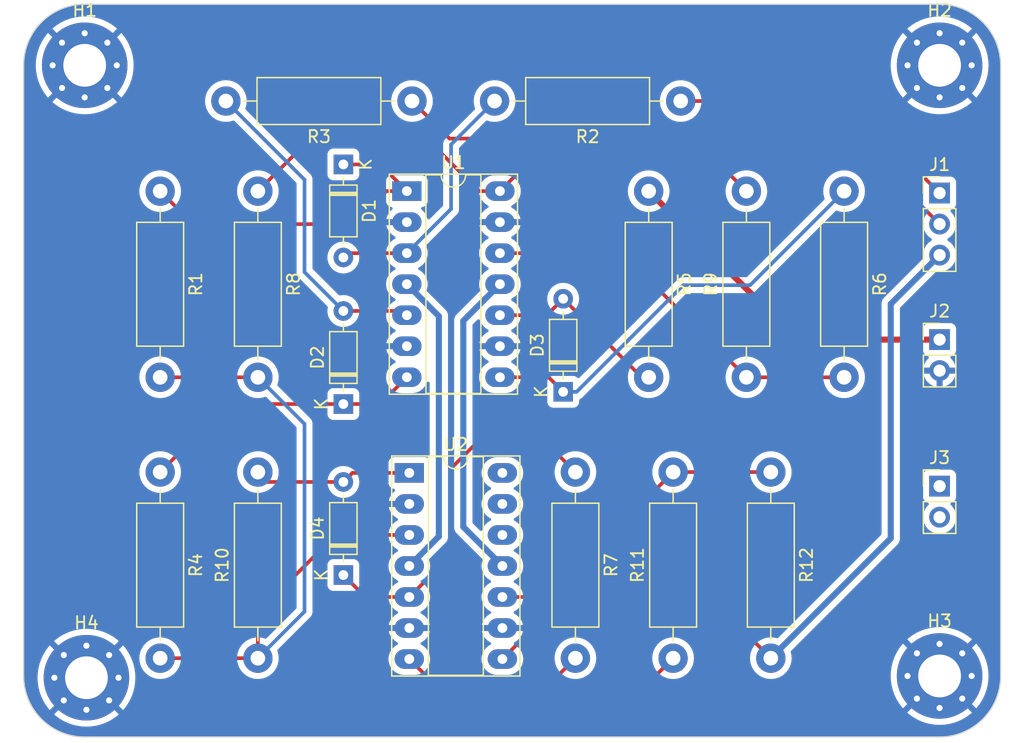
<source format=kicad_pcb>
(kicad_pcb (version 20221018) (generator pcbnew)
  (layers (0 "F.Cu" signal) (31 "B.Cu" signal) (34 "B.Paste" user) (35 "F.Paste" user) (36 "B.SilkS" user "B.Silkscreen") (37 "F.SilkS" user "F.Silkscreen") (38 "B.Mask" user) (39 "F.Mask" user) (44 "Edge.Cuts" user))
  (net 0 "")
  (net 1 "Net-(D1-K)")
  (net 2 "Net-(D1-A)")
  (net 3 "Net-(D2-K)")
  (net 4 "Net-(D2-A)")
  (net 5 "Net-(D3-K)")
  (net 6 "Net-(D3-A)")
  (net 7 "Net-(D4-K)")
  (net 8 "Net-(D4-A)")
  (net 9 "Input 1")
  (net 10 "Input 2")
  (net 11 "Output")
  (net 12 "GND")
  (net 13 "Net-(U2A-+)")
  (net 14 "+3V0")
  (net 15 "Net-(U1D-+)")
  (net 16 "Net-(R11-Pad1)")
  (net 17 "Net-(R8-Pad1)")
  (net 18 "Net-(U2C-+)")
  (net 19 "VCC")
  (net 20 "VDD")
  (footprint "Diode_THT:D_DO-35_SOD27_P7.62mm_Horizontal" (layer "F.Cu") (at 196.18 124.735 90)
    (fp_text reference "D4" (at 3.81 -2.12 90) (layer "F.SilkS"))
    (fp_text value "1N4148")
    (fp_text user "K" (at 0 -1.8 90) (layer "F.SilkS"))
    (fp_line (start 1.04 0) (end 1.69 0) (stroke (width 0.12)) (layer "F.SilkS"))
    (fp_line (start 1.69 -1.12) (end 1.69 1.12) (stroke (width 0.12)) (layer "F.SilkS"))
    (fp_line (start 1.69 1.12) (end 5.93 1.12) (stroke (width 0.12)) (layer "F.SilkS"))
    (fp_line (start 2.29 -1.12) (end 2.29 1.12) (stroke (width 0.12)) (layer "F.SilkS"))
    (fp_line (start 2.41 -1.12) (end 2.41 1.12) (stroke (width 0.12)) (layer "F.SilkS"))
    (fp_line (start 2.53 -1.12) (end 2.53 1.12) (stroke (width 0.12)) (layer "F.SilkS"))
    (fp_line (start 5.93 -1.12) (end 1.69 -1.12) (stroke (width 0.12)) (layer "F.SilkS"))
    (fp_line (start 5.93 1.12) (end 5.93 -1.12) (stroke (width 0.12)) (layer "F.SilkS"))
    (fp_line (start 6.58 0) (end 5.93 0) (stroke (width 0.12)) (layer "F.SilkS"))
    (pad "1" thru_hole rect (at 0 0 90) (size 1.6 1.6) (drill 0.8) (layers "*.Cu" "*.Mask") (net 7 "Net-(D4-K)"))
    (pad "2" thru_hole oval (at 7.62 0 90) (size 1.6 1.6) (drill 0.8) (layers "*.Cu" "*.Mask") (net 8 "Net-(D4-A)"))
  )
  (footprint "Connector_PinHeader_2.54mm:PinHeader_1x03_P2.54mm_Vertical" (layer "F.Cu") (at 245 93.46)
    (fp_text reference "J1" (at 0 -2.33) (layer "F.SilkS"))
    (fp_text value "Conn_01x03_Pin")
    (fp_line (start -1.33 -1.33) (end 0 -1.33) (stroke (width 0.12)) (layer "F.SilkS"))
    (fp_line (start -1.33 0) (end -1.33 -1.33) (stroke (width 0.12)) (layer "F.SilkS"))
    (fp_line (start -1.33 1.27) (end -1.33 6.41) (stroke (width 0.12)) (layer "F.SilkS"))
    (fp_line (start -1.33 1.27) (end 1.33 1.27) (stroke (width 0.12)) (layer "F.SilkS"))
    (fp_line (start -1.33 6.41) (end 1.33 6.41) (stroke (width 0.12)) (layer "F.SilkS"))
    (fp_line (start 1.33 1.27) (end 1.33 6.41) (stroke (width 0.12)) (layer "F.SilkS"))
    (pad "1" thru_hole rect (at 0 0) (size 1.7 1.7) (drill 1) (layers "*.Cu" "*.Mask") (net 9 "Input 1"))
    (pad "2" thru_hole oval (at 0 2.54) (size 1.7 1.7) (drill 1) (layers "*.Cu" "*.Mask") (net 10 "Input 2"))
    (pad "3" thru_hole oval (at 0 5.08) (size 1.7 1.7) (drill 1) (layers "*.Cu" "*.Mask") (net 11 "Output"))
  )
  (footprint "Resistor_THT:R_Axial_DIN0411_L9.9mm_D3.6mm_P15.24mm_Horizontal" (layer "F.Cu") (at 237.18 93.305 -90)
    (fp_text reference "R6" (at 7.62 -2.92 90) (layer "F.SilkS"))
    (fp_text value "R_Small")
    (fp_line (start 1.44 0) (end 2.55 0) (stroke (width 0.12)) (layer "F.SilkS"))
    (fp_line (start 2.55 -1.92) (end 2.55 1.92) (stroke (width 0.12)) (layer "F.SilkS"))
    (fp_line (start 2.55 1.92) (end 12.69 1.92) (stroke (width 0.12)) (layer "F.SilkS"))
    (fp_line (start 12.69 -1.92) (end 2.55 -1.92) (stroke (width 0.12)) (layer "F.SilkS"))
    (fp_line (start 12.69 1.92) (end 12.69 -1.92) (stroke (width 0.12)) (layer "F.SilkS"))
    (fp_line (start 13.8 0) (end 12.69 0) (stroke (width 0.12)) (layer "F.SilkS"))
    (pad "1" thru_hole circle (at 0 0 270) (size 2.4 2.4) (drill 1.2) (layers "*.Cu" "*.Mask") (net 5 "Net-(D3-K)"))
    (pad "2" thru_hole oval (at 15.24 0 270) (size 2.4 2.4) (drill 1.2) (layers "*.Cu" "*.Mask") (net 15 "Net-(U1D-+)"))
  )
  (footprint "Diode_THT:D_DO-35_SOD27_P7.62mm_Horizontal" (layer "F.Cu") (at 214.18 109.735 90)
    (fp_text reference "D3" (at 3.81 -2.12 90) (layer "F.SilkS"))
    (fp_text value "1N4148")
    (fp_text user "K" (at 0 -1.8 90) (layer "F.SilkS"))
    (fp_line (start 1.04 0) (end 1.69 0) (stroke (width 0.12)) (layer "F.SilkS"))
    (fp_line (start 1.69 -1.12) (end 1.69 1.12) (stroke (width 0.12)) (layer "F.SilkS"))
    (fp_line (start 1.69 1.12) (end 5.93 1.12) (stroke (width 0.12)) (layer "F.SilkS"))
    (fp_line (start 2.29 -1.12) (end 2.29 1.12) (stroke (width 0.12)) (layer "F.SilkS"))
    (fp_line (start 2.41 -1.12) (end 2.41 1.12) (stroke (width 0.12)) (layer "F.SilkS"))
    (fp_line (start 2.53 -1.12) (end 2.53 1.12) (stroke (width 0.12)) (layer "F.SilkS"))
    (fp_line (start 5.93 -1.12) (end 1.69 -1.12) (stroke (width 0.12)) (layer "F.SilkS"))
    (fp_line (start 5.93 1.12) (end 5.93 -1.12) (stroke (width 0.12)) (layer "F.SilkS"))
    (fp_line (start 6.58 0) (end 5.93 0) (stroke (width 0.12)) (layer "F.SilkS"))
    (pad "1" thru_hole rect (at 0 0 90) (size 1.6 1.6) (drill 0.8) (layers "*.Cu" "*.Mask") (net 5 "Net-(D3-K)"))
    (pad "2" thru_hole oval (at 7.62 0 90) (size 1.6 1.6) (drill 0.8) (layers "*.Cu" "*.Mask") (net 6 "Net-(D3-A)"))
  )
  (footprint "Resistor_THT:R_Axial_DIN0411_L9.9mm_D3.6mm_P15.24mm_Horizontal" (layer "F.Cu") (at 189.18 131.545 90)
    (fp_text reference "R10" (at 7.62 -2.92 90) (layer "F.SilkS"))
    (fp_text value "R_Small")
    (fp_line (start 1.44 0) (end 2.55 0) (stroke (width 0.12)) (layer "F.SilkS"))
    (fp_line (start 2.55 -1.92) (end 2.55 1.92) (stroke (width 0.12)) (layer "F.SilkS"))
    (fp_line (start 2.55 1.92) (end 12.69 1.92) (stroke (width 0.12)) (layer "F.SilkS"))
    (fp_line (start 12.69 -1.92) (end 2.55 -1.92) (stroke (width 0.12)) (layer "F.SilkS"))
    (fp_line (start 12.69 1.92) (end 12.69 -1.92) (stroke (width 0.12)) (layer "F.SilkS"))
    (fp_line (start 13.8 0) (end 12.69 0) (stroke (width 0.12)) (layer "F.SilkS"))
    (pad "1" thru_hole circle (at 0 0 90) (size 2.4 2.4) (drill 1.2) (layers "*.Cu" "*.Mask") (net 13 "Net-(U2A-+)"))
    (pad "2" thru_hole oval (at 15.24 0 90) (size 2.4 2.4) (drill 1.2) (layers "*.Cu" "*.Mask") (net 8 "Net-(D4-A)"))
  )
  (footprint "Package_DIP:DIP-14_W7.62mm_Socket_LongPads" (layer "F.Cu") (at 201.38 93.3)
    (fp_text reference "U1" (at 3.81 -2.33) (layer "F.SilkS"))
    (fp_text value "TL084")
    (fp_line (start -1.44 -1.39) (end -1.44 16.63) (stroke (width 0.12)) (layer "F.SilkS"))
    (fp_line (start -1.44 16.63) (end 9.06 16.63) (stroke (width 0.12)) (layer "F.SilkS"))
    (fp_line (start 1.56 -1.33) (end 1.56 16.57) (stroke (width 0.12)) (layer "F.SilkS"))
    (fp_line (start 1.56 16.57) (end 6.06 16.57) (stroke (width 0.12)) (layer "F.SilkS"))
    (fp_line (start 2.81 -1.33) (end 1.56 -1.33) (stroke (width 0.12)) (layer "F.SilkS"))
    (fp_line (start 6.06 -1.33) (end 4.81 -1.33) (stroke (width 0.12)) (layer "F.SilkS"))
    (fp_line (start 6.06 16.57) (end 6.06 -1.33) (stroke (width 0.12)) (layer "F.SilkS"))
    (fp_line (start 9.06 -1.39) (end -1.44 -1.39) (stroke (width 0.12)) (layer "F.SilkS"))
    (fp_line (start 9.06 16.63) (end 9.06 -1.39) (stroke (width 0.12)) (layer "F.SilkS"))
    (fp_arc (start 4.81 -1.33) (mid 3.81 -0.33) (end 2.81 -1.33) (stroke (width 0.12)) (layer "F.SilkS"))
    (pad "1" thru_hole rect (at 0 0) (size 2.4 1.6) (drill 0.8) (layers "*.Cu" "*.Mask") (net 1 "Net-(D1-K)"))
    (pad "2" thru_hole oval (at 0 2.54) (size 2.4 1.6) (drill 0.8) (layers "*.Cu" "*.Mask") (net 12 "GND"))
    (pad "3" thru_hole oval (at 0 5.08) (size 2.4 1.6) (drill 0.8) (layers "*.Cu" "*.Mask") (net 2 "Net-(D1-A)"))
    (pad "4" thru_hole oval (at 0 7.62) (size 2.4 1.6) (drill 0.8) (layers "*.Cu" "*.Mask") (net 19 "VCC"))
    (pad "5" thru_hole oval (at 0 10.16) (size 2.4 1.6) (drill 0.8) (layers "*.Cu" "*.Mask") (net 4 "Net-(D2-A)"))
    (pad "6" thru_hole oval (at 0 12.7) (size 2.4 1.6) (drill 0.8) (layers "*.Cu" "*.Mask") (net 12 "GND"))
    (pad "7" thru_hole oval (at 0 15.24) (size 2.4 1.6) (drill 0.8) (layers "*.Cu" "*.Mask") (net 3 "Net-(D2-K)"))
    (pad "8" thru_hole oval (at 7.62 15.24) (size 2.4 1.6) (drill 0.8) (layers "*.Cu" "*.Mask") (net 5 "Net-(D3-K)"))
    (pad "9" thru_hole oval (at 7.62 12.7) (size 2.4 1.6) (drill 0.8) (layers "*.Cu" "*.Mask") (net 12 "GND"))
    (pad "10" thru_hole oval (at 7.62 10.16) (size 2.4 1.6) (drill 0.8) (layers "*.Cu" "*.Mask") (net 6 "Net-(D3-A)"))
    (pad "11" thru_hole oval (at 7.62 7.62) (size 2.4 1.6) (drill 0.8) (layers "*.Cu" "*.Mask") (net 20 "VDD"))
    (pad "12" thru_hole oval (at 7.62 5.08) (size 2.4 1.6) (drill 0.8) (layers "*.Cu" "*.Mask") (net 15 "Net-(U1D-+)"))
    (pad "13" thru_hole oval (at 7.62 2.54) (size 2.4 1.6) (drill 0.8) (layers "*.Cu" "*.Mask") (net 12 "GND"))
    (pad "14" thru_hole oval (at 7.62 0) (size 2.4 1.6) (drill 0.8) (layers "*.Cu" "*.Mask") (net 17 "Net-(R8-Pad1)"))
  )
  (footprint "Resistor_THT:R_Axial_DIN0411_L9.9mm_D3.6mm_P15.24mm_Horizontal" (layer "F.Cu") (at 215.18 116.305 -90)
    (fp_text reference "R7" (at 7.62 -2.92 90) (layer "F.SilkS"))
    (fp_text value "R_Small")
    (fp_line (start 1.44 0) (end 2.55 0) (stroke (width 0.12)) (layer "F.SilkS"))
    (fp_line (start 2.55 -1.92) (end 2.55 1.92) (stroke (width 0.12)) (layer "F.SilkS"))
    (fp_line (start 2.55 1.92) (end 12.69 1.92) (stroke (width 0.12)) (layer "F.SilkS"))
    (fp_line (start 12.69 -1.92) (end 2.55 -1.92) (stroke (width 0.12)) (layer "F.SilkS"))
    (fp_line (start 12.69 1.92) (end 12.69 -1.92) (stroke (width 0.12)) (layer "F.SilkS"))
    (fp_line (start 13.8 0) (end 12.69 0) (stroke (width 0.12)) (layer "F.SilkS"))
    (pad "1" thru_hole circle (at 0 0 270) (size 2.4 2.4) (drill 1.2) (layers "*.Cu" "*.Mask") (net 7 "Net-(D4-K)"))
    (pad "2" thru_hole oval (at 15.24 0 270) (size 2.4 2.4) (drill 1.2) (layers "*.Cu" "*.Mask") (net 16 "Net-(R11-Pad1)"))
  )
  (footprint "Resistor_THT:R_Axial_DIN0411_L9.9mm_D3.6mm_P15.24mm_Horizontal" (layer "F.Cu") (at 181.18 116.305 -90)
    (fp_text reference "R4" (at 7.62 -2.92 -90) (layer "F.SilkS"))
    (fp_text value "R_Small")
    (fp_line (start 1.44 0) (end 2.55 0) (stroke (width 0.12)) (layer "F.SilkS"))
    (fp_line (start 2.55 -1.92) (end 2.55 1.92) (stroke (width 0.12)) (layer "F.SilkS"))
    (fp_line (start 2.55 1.92) (end 12.69 1.92) (stroke (width 0.12)) (layer "F.SilkS"))
    (fp_line (start 12.69 -1.92) (end 2.55 -1.92) (stroke (width 0.12)) (layer "F.SilkS"))
    (fp_line (start 12.69 1.92) (end 12.69 -1.92) (stroke (width 0.12)) (layer "F.SilkS"))
    (fp_line (start 13.8 0) (end 12.69 0) (stroke (width 0.12)) (layer "F.SilkS"))
    (pad "1" thru_hole circle (at 0 0 270) (size 2.4 2.4) (drill 1.2) (layers "*.Cu" "*.Mask") (net 3 "Net-(D2-K)"))
    (pad "2" thru_hole oval (at 15.24 0 270) (size 2.4 2.4) (drill 1.2) (layers "*.Cu" "*.Mask") (net 13 "Net-(U2A-+)"))
  )
  (footprint "MountingHole:MountingHole_3.5mm_Pad_Via" (layer "F.Cu") (at 245 133)
    (fp_text reference "H3" (at 0 -4.5) (layer "F.SilkS"))
    (fp_text value "MountingHole_Pad")
    (pad "1" thru_hole circle (at -2.625 0) (size 0.8 0.8) (drill 0.5) (layers "*.Cu" "*.Mask") (net 12 "GND"))
    (pad "1" thru_hole circle (at -1.856155 -1.856155) (size 0.8 0.8) (drill 0.5) (layers "*.Cu" "*.Mask") (net 12 "GND"))
    (pad "1" thru_hole circle (at -1.856155 1.856155) (size 0.8 0.8) (drill 0.5) (layers "*.Cu" "*.Mask") (net 12 "GND"))
    (pad "1" thru_hole circle (at 0 -2.625) (size 0.8 0.8) (drill 0.5) (layers "*.Cu" "*.Mask") (net 12 "GND"))
    (pad "1" thru_hole circle (at 0 0) (size 7 7) (drill 3.5) (layers "*.Cu" "*.Mask") (net 12 "GND"))
    (pad "1" thru_hole circle (at 0 2.625) (size 0.8 0.8) (drill 0.5) (layers "*.Cu" "*.Mask") (net 12 "GND"))
    (pad "1" thru_hole circle (at 1.856155 -1.856155) (size 0.8 0.8) (drill 0.5) (layers "*.Cu" "*.Mask") (net 12 "GND"))
    (pad "1" thru_hole circle (at 1.856155 1.856155) (size 0.8 0.8) (drill 0.5) (layers "*.Cu" "*.Mask") (net 12 "GND"))
    (pad "1" thru_hole circle (at 2.625 0) (size 0.8 0.8) (drill 0.5) (layers "*.Cu" "*.Mask") (net 12 "GND"))
  )
  (footprint "Diode_THT:D_DO-35_SOD27_P7.62mm_Horizontal" (layer "F.Cu") (at 196.18 110.735 90)
    (fp_text reference "D2" (at 3.81 -2.12 90) (layer "F.SilkS"))
    (fp_text value "1N4148")
    (fp_text user "K" (at 0 -1.8 90) (layer "F.SilkS"))
    (fp_line (start 1.04 0) (end 1.69 0) (stroke (width 0.12)) (layer "F.SilkS"))
    (fp_line (start 1.69 -1.12) (end 1.69 1.12) (stroke (width 0.12)) (layer "F.SilkS"))
    (fp_line (start 1.69 1.12) (end 5.93 1.12) (stroke (width 0.12)) (layer "F.SilkS"))
    (fp_line (start 2.29 -1.12) (end 2.29 1.12) (stroke (width 0.12)) (layer "F.SilkS"))
    (fp_line (start 2.41 -1.12) (end 2.41 1.12) (stroke (width 0.12)) (layer "F.SilkS"))
    (fp_line (start 2.53 -1.12) (end 2.53 1.12) (stroke (width 0.12)) (layer "F.SilkS"))
    (fp_line (start 5.93 -1.12) (end 1.69 -1.12) (stroke (width 0.12)) (layer "F.SilkS"))
    (fp_line (start 5.93 1.12) (end 5.93 -1.12) (stroke (width 0.12)) (layer "F.SilkS"))
    (fp_line (start 6.58 0) (end 5.93 0) (stroke (width 0.12)) (layer "F.SilkS"))
    (pad "1" thru_hole rect (at 0 0 90) (size 1.6 1.6) (drill 0.8) (layers "*.Cu" "*.Mask") (net 3 "Net-(D2-K)"))
    (pad "2" thru_hole oval (at 7.62 0 90) (size 1.6 1.6) (drill 0.8) (layers "*.Cu" "*.Mask") (net 4 "Net-(D2-A)"))
  )
  (footprint "Resistor_THT:R_Axial_DIN0411_L9.9mm_D3.6mm_P15.24mm_Horizontal" (layer "F.Cu") (at 229.18 108.545 90)
    (fp_text reference "R9" (at 7.62 -2.92 90) (layer "F.SilkS"))
    (fp_text value "R_Small")
    (fp_line (start 1.44 0) (end 2.55 0) (stroke (width 0.12)) (layer "F.SilkS"))
    (fp_line (start 2.55 -1.92) (end 2.55 1.92) (stroke (width 0.12)) (layer "F.SilkS"))
    (fp_line (start 2.55 1.92) (end 12.69 1.92) (stroke (width 0.12)) (layer "F.SilkS"))
    (fp_line (start 12.69 -1.92) (end 2.55 -1.92) (stroke (width 0.12)) (layer "F.SilkS"))
    (fp_line (start 12.69 1.92) (end 12.69 -1.92) (stroke (width 0.12)) (layer "F.SilkS"))
    (fp_line (start 13.8 0) (end 12.69 0) (stroke (width 0.12)) (layer "F.SilkS"))
    (pad "1" thru_hole circle (at 0 0 90) (size 2.4 2.4) (drill 1.2) (layers "*.Cu" "*.Mask") (net 15 "Net-(U1D-+)"))
    (pad "2" thru_hole oval (at 15.24 0 90) (size 2.4 2.4) (drill 1.2) (layers "*.Cu" "*.Mask") (net 17 "Net-(R8-Pad1)"))
  )
  (footprint "MountingHole:MountingHole_3.5mm_Pad_Via" (layer "F.Cu") (at 245 83)
    (fp_text reference "H2" (at 0 -4.5) (layer "F.SilkS"))
    (fp_text value "MountingHole_Pad")
    (pad "1" thru_hole circle (at -2.625 0) (size 0.8 0.8) (drill 0.5) (layers "*.Cu" "*.Mask") (net 12 "GND"))
    (pad "1" thru_hole circle (at -1.856155 -1.856155) (size 0.8 0.8) (drill 0.5) (layers "*.Cu" "*.Mask") (net 12 "GND"))
    (pad "1" thru_hole circle (at -1.856155 1.856155) (size 0.8 0.8) (drill 0.5) (layers "*.Cu" "*.Mask") (net 12 "GND"))
    (pad "1" thru_hole circle (at 0 -2.625) (size 0.8 0.8) (drill 0.5) (layers "*.Cu" "*.Mask") (net 12 "GND"))
    (pad "1" thru_hole circle (at 0 0) (size 7 7) (drill 3.5) (layers "*.Cu" "*.Mask") (net 12 "GND"))
    (pad "1" thru_hole circle (at 0 2.625) (size 0.8 0.8) (drill 0.5) (layers "*.Cu" "*.Mask") (net 12 "GND"))
    (pad "1" thru_hole circle (at 1.856155 -1.856155) (size 0.8 0.8) (drill 0.5) (layers "*.Cu" "*.Mask") (net 12 "GND"))
    (pad "1" thru_hole circle (at 1.856155 1.856155) (size 0.8 0.8) (drill 0.5) (layers "*.Cu" "*.Mask") (net 12 "GND"))
    (pad "1" thru_hole circle (at 2.625 0) (size 0.8 0.8) (drill 0.5) (layers "*.Cu" "*.Mask") (net 12 "GND"))
  )
  (footprint "Resistor_THT:R_Axial_DIN0411_L9.9mm_D3.6mm_P15.24mm_Horizontal" (layer "F.Cu") (at 223.8 85.925 180)
    (fp_text reference "R2" (at 7.62 -2.92 180) (layer "F.SilkS"))
    (fp_text value "R_Small")
    (fp_line (start 1.44 0) (end 2.55 0) (stroke (width 0.12)) (layer "F.SilkS"))
    (fp_line (start 2.55 -1.92) (end 2.55 1.92) (stroke (width 0.12)) (layer "F.SilkS"))
    (fp_line (start 2.55 1.92) (end 12.69 1.92) (stroke (width 0.12)) (layer "F.SilkS"))
    (fp_line (start 12.69 -1.92) (end 2.55 -1.92) (stroke (width 0.12)) (layer "F.SilkS"))
    (fp_line (start 12.69 1.92) (end 12.69 -1.92) (stroke (width 0.12)) (layer "F.SilkS"))
    (fp_line (start 13.8 0) (end 12.69 0) (stroke (width 0.12)) (layer "F.SilkS"))
    (pad "1" thru_hole circle (at 0 0 180) (size 2.4 2.4) (drill 1.2) (layers "*.Cu" "*.Mask") (net 9 "Input 1"))
    (pad "2" thru_hole oval (at 15.24 0 180) (size 2.4 2.4) (drill 1.2) (layers "*.Cu" "*.Mask") (net 2 "Net-(D1-A)"))
  )
  (footprint "Package_DIP:DIP-14_W7.62mm_Socket_LongPads" (layer "F.Cu") (at 201.58 116.375)
    (fp_text reference "U2" (at 3.81 -2.33) (layer "F.SilkS"))
    (fp_text value "TL084")
    (fp_line (start -1.44 -1.39) (end -1.44 16.63) (stroke (width 0.12)) (layer "F.SilkS"))
    (fp_line (start -1.44 16.63) (end 9.06 16.63) (stroke (width 0.12)) (layer "F.SilkS"))
    (fp_line (start 1.56 -1.33) (end 1.56 16.57) (stroke (width 0.12)) (layer "F.SilkS"))
    (fp_line (start 1.56 16.57) (end 6.06 16.57) (stroke (width 0.12)) (layer "F.SilkS"))
    (fp_line (start 2.81 -1.33) (end 1.56 -1.33) (stroke (width 0.12)) (layer "F.SilkS"))
    (fp_line (start 6.06 -1.33) (end 4.81 -1.33) (stroke (width 0.12)) (layer "F.SilkS"))
    (fp_line (start 6.06 16.57) (end 6.06 -1.33) (stroke (width 0.12)) (layer "F.SilkS"))
    (fp_line (start 9.06 -1.39) (end -1.44 -1.39) (stroke (width 0.12)) (layer "F.SilkS"))
    (fp_line (start 9.06 16.63) (end 9.06 -1.39) (stroke (width 0.12)) (layer "F.SilkS"))
    (fp_arc (start 4.81 -1.33) (mid 3.81 -0.33) (end 2.81 -1.33) (stroke (width 0.12)) (layer "F.SilkS"))
    (pad "1" thru_hole rect (at 0 0) (size 2.4 1.6) (drill 0.8) (layers "*.Cu" "*.Mask") (net 8 "Net-(D4-A)"))
    (pad "2" thru_hole oval (at 0 2.54) (size 2.4 1.6) (drill 0.8) (layers "*.Cu" "*.Mask") (net 12 "GND"))
    (pad "3" thru_hole oval (at 0 5.08) (size 2.4 1.6) (drill 0.8) (layers "*.Cu" "*.Mask") (net 13 "Net-(U2A-+)"))
    (pad "4" thru_hole oval (at 0 7.62) (size 2.4 1.6) (drill 0.8) (layers "*.Cu" "*.Mask") (net 19 "VCC"))
    (pad "5" thru_hole oval (at 0 10.16) (size 2.4 1.6) (drill 0.8) (layers "*.Cu" "*.Mask") (net 7 "Net-(D4-K)"))
    (pad "6" thru_hole oval (at 0 12.7) (size 2.4 1.6) (drill 0.8) (layers "*.Cu" "*.Mask") (net 12 "GND"))
    (pad "7" thru_hole oval (at 0 15.24) (size 2.4 1.6) (drill 0.8) (layers "*.Cu" "*.Mask") (net 16 "Net-(R11-Pad1)"))
    (pad "8" thru_hole oval (at 7.62 15.24) (size 2.4 1.6) (drill 0.8) (layers "*.Cu" "*.Mask") (net 11 "Output"))
    (pad "9" thru_hole oval (at 7.62 12.7) (size 2.4 1.6) (drill 0.8) (layers "*.Cu" "*.Mask") (net 12 "GND"))
    (pad "10" thru_hole oval (at 7.62 10.16) (size 2.4 1.6) (drill 0.8) (layers "*.Cu" "*.Mask") (net 18 "Net-(U2C-+)"))
    (pad "11" thru_hole oval (at 7.62 7.62) (size 2.4 1.6) (drill 0.8) (layers "*.Cu" "*.Mask") (net 20 "VDD"))
    (pad "12" thru_hole oval (at 7.62 5.08) (size 2.4 1.6) (drill 0.8) (layers "*.Cu" "*.Mask"))
    (pad "13" thru_hole oval (at 7.62 2.54) (size 2.4 1.6) (drill 0.8) (layers "*.Cu" "*.Mask"))
    (pad "14" thru_hole oval (at 7.62 0) (size 2.4 1.6) (drill 0.8) (layers "*.Cu" "*.Mask"))
  )
  (footprint "Resistor_THT:R_Axial_DIN0411_L9.9mm_D3.6mm_P15.24mm_Horizontal" (layer "F.Cu") (at 201.8 85.925 180)
    (fp_text reference "R3" (at 7.62 -2.92 180) (layer "F.SilkS"))
    (fp_text value "R_Small")
    (fp_line (start 1.44 0) (end 2.55 0) (stroke (width 0.12)) (layer "F.SilkS"))
    (fp_line (start 2.55 -1.92) (end 2.55 1.92) (stroke (width 0.12)) (layer "F.SilkS"))
    (fp_line (start 2.55 1.92) (end 12.69 1.92) (stroke (width 0.12)) (layer "F.SilkS"))
    (fp_line (start 12.69 -1.92) (end 2.55 -1.92) (stroke (width 0.12)) (layer "F.SilkS"))
    (fp_line (start 12.69 1.92) (end 12.69 -1.92) (stroke (width 0.12)) (layer "F.SilkS"))
    (fp_line (start 13.8 0) (end 12.69 0) (stroke (width 0.12)) (layer "F.SilkS"))
    (pad "1" thru_hole circle (at 0 0 180) (size 2.4 2.4) (drill 1.2) (layers "*.Cu" "*.Mask") (net 10 "Input 2"))
    (pad "2" thru_hole oval (at 15.24 0 180) (size 2.4 2.4) (drill 1.2) (layers "*.Cu" "*.Mask") (net 4 "Net-(D2-A)"))
  )
  (footprint "Resistor_THT:R_Axial_DIN0411_L9.9mm_D3.6mm_P15.24mm_Horizontal" (layer "F.Cu") (at 189.18 93.305 -90)
    (fp_text reference "R8" (at 7.62 -2.92 90) (layer "F.SilkS"))
    (fp_text value "R_Small")
    (fp_line (start 1.44 0) (end 2.55 0) (stroke (width 0.12)) (layer "F.SilkS"))
    (fp_line (start 2.55 -1.92) (end 2.55 1.92) (stroke (width 0.12)) (layer "F.SilkS"))
    (fp_line (start 2.55 1.92) (end 12.69 1.92) (stroke (width 0.12)) (layer "F.SilkS"))
    (fp_line (start 12.69 -1.92) (end 2.55 -1.92) (stroke (width 0.12)) (layer "F.SilkS"))
    (fp_line (start 12.69 1.92) (end 12.69 -1.92) (stroke (width 0.12)) (layer "F.SilkS"))
    (fp_line (start 13.8 0) (end 12.69 0) (stroke (width 0.12)) (layer "F.SilkS"))
    (pad "1" thru_hole circle (at 0 0 270) (size 2.4 2.4) (drill 1.2) (layers "*.Cu" "*.Mask") (net 17 "Net-(R8-Pad1)"))
    (pad "2" thru_hole oval (at 15.24 0 270) (size 2.4 2.4) (drill 1.2) (layers "*.Cu" "*.Mask") (net 13 "Net-(U2A-+)"))
  )
  (footprint "Resistor_THT:R_Axial_DIN0411_L9.9mm_D3.6mm_P15.24mm_Horizontal" (layer "F.Cu") (at 221.18 93.305 -90)
    (fp_text reference "R5" (at 7.62 -2.92 -90) (layer "F.SilkS"))
    (fp_text value "R_Small")
    (fp_line (start 1.44 0) (end 2.55 0) (stroke (width 0.12)) (layer "F.SilkS"))
    (fp_line (start 2.55 -1.92) (end 2.55 1.92) (stroke (width 0.12)) (layer "F.SilkS"))
    (fp_line (start 2.55 1.92) (end 12.69 1.92) (stroke (width 0.12)) (layer "F.SilkS"))
    (fp_line (start 12.69 -1.92) (end 2.55 -1.92) (stroke (width 0.12)) (layer "F.SilkS"))
    (fp_line (start 12.69 1.92) (end 12.69 -1.92) (stroke (width 0.12)) (layer "F.SilkS"))
    (fp_line (start 13.8 0) (end 12.69 0) (stroke (width 0.12)) (layer "F.SilkS"))
    (pad "1" thru_hole circle (at 0 0 270) (size 2.4 2.4) (drill 1.2) (layers "*.Cu" "*.Mask") (net 14 "+3V0"))
    (pad "2" thru_hole oval (at 15.24 0 270) (size 2.4 2.4) (drill 1.2) (layers "*.Cu" "*.Mask") (net 6 "Net-(D3-A)"))
  )
  (footprint "Connector_PinHeader_2.54mm:PinHeader_1x02_P2.54mm_Vertical" (layer "F.Cu") (at 245 105.46)
    (fp_text reference "J2" (at 0 -2.33) (layer "F.SilkS"))
    (fp_text value "Conn_01x02_Pin")
    (fp_line (start -1.33 -1.33) (end 0 -1.33) (stroke (width 0.12)) (layer "F.SilkS"))
    (fp_line (start -1.33 0) (end -1.33 -1.33) (stroke (width 0.12)) (layer "F.SilkS"))
    (fp_line (start -1.33 1.27) (end -1.33 3.87) (stroke (width 0.12)) (layer "F.SilkS"))
    (fp_line (start -1.33 1.27) (end 1.33 1.27) (stroke (width 0.12)) (layer "F.SilkS"))
    (fp_line (start -1.33 3.87) (end 1.33 3.87) (stroke (width 0.12)) (layer "F.SilkS"))
    (fp_line (start 1.33 1.27) (end 1.33 3.87) (stroke (width 0.12)) (layer "F.SilkS"))
    (pad "1" thru_hole rect (at 0 0) (size 1.7 1.7) (drill 1) (layers "*.Cu" "*.Mask") (net 14 "+3V0"))
    (pad "2" thru_hole oval (at 0 2.54) (size 1.7 1.7) (drill 1) (layers "*.Cu" "*.Mask") (net 12 "GND"))
  )
  (footprint "MountingHole:MountingHole_3.5mm_Pad_Via" (layer "F.Cu") (at 175.143845 133.143845)
    (fp_text reference "H4" (at 0 -4.5) (layer "F.SilkS"))
    (fp_text value "MountingHole_Pad")
    (pad "1" thru_hole circle (at -2.625 0) (size 0.8 0.8) (drill 0.5) (layers "*.Cu" "*.Mask") (net 12 "GND"))
    (pad "1" thru_hole circle (at -1.856155 -1.856155) (size 0.8 0.8) (drill 0.5) (layers "*.Cu" "*.Mask") (net 12 "GND"))
    (pad "1" thru_hole circle (at -1.856155 1.856155) (size 0.8 0.8) (drill 0.5) (layers "*.Cu" "*.Mask") (net 12 "GND"))
    (pad "1" thru_hole circle (at 0 -2.625) (size 0.8 0.8) (drill 0.5) (layers "*.Cu" "*.Mask") (net 12 "GND"))
    (pad "1" thru_hole circle (at 0 0) (size 7 7) (drill 3.5) (layers "*.Cu" "*.Mask") (net 12 "GND"))
    (pad "1" thru_hole circle (at 0 2.625) (size 0.8 0.8) (drill 0.5) (layers "*.Cu" "*.Mask") (net 12 "GND"))
    (pad "1" thru_hole circle (at 1.856155 -1.856155) (size 0.8 0.8) (drill 0.5) (layers "*.Cu" "*.Mask") (net 12 "GND"))
    (pad "1" thru_hole circle (at 1.856155 1.856155) (size 0.8 0.8) (drill 0.5) (layers "*.Cu" "*.Mask") (net 12 "GND"))
    (pad "1" thru_hole circle (at 2.625 0) (size 0.8 0.8) (drill 0.5) (layers "*.Cu" "*.Mask") (net 12 "GND"))
  )
  (footprint "Resistor_THT:R_Axial_DIN0411_L9.9mm_D3.6mm_P15.24mm_Horizontal" (layer "F.Cu") (at 223.18 131.545 90)
    (fp_text reference "R11" (at 7.62 -2.92 90) (layer "F.SilkS"))
    (fp_text value "R_Small")
    (fp_line (start 1.44 0) (end 2.55 0) (stroke (width 0.12)) (layer "F.SilkS"))
    (fp_line (start 2.55 -1.92) (end 2.55 1.92) (stroke (width 0.12)) (layer "F.SilkS"))
    (fp_line (start 2.55 1.92) (end 12.69 1.92) (stroke (width 0.12)) (layer "F.SilkS"))
    (fp_line (start 12.69 -1.92) (end 2.55 -1.92) (stroke (width 0.12)) (layer "F.SilkS"))
    (fp_line (start 12.69 1.92) (end 12.69 -1.92) (stroke (width 0.12)) (layer "F.SilkS"))
    (fp_line (start 13.8 0) (end 12.69 0) (stroke (width 0.12)) (layer "F.SilkS"))
    (pad "1" thru_hole circle (at 0 0 90) (size 2.4 2.4) (drill 1.2) (layers "*.Cu" "*.Mask") (net 16 "Net-(R11-Pad1)"))
    (pad "2" thru_hole oval (at 15.24 0 90) (size 2.4 2.4) (drill 1.2) (layers "*.Cu" "*.Mask") (net 18 "Net-(U2C-+)"))
  )
  (footprint "Diode_THT:D_DO-35_SOD27_P7.62mm_Horizontal" (layer "F.Cu") (at 196.18 91.115 -90)
    (fp_text reference "D1" (at 3.81 -2.12 90) (layer "F.SilkS"))
    (fp_text value "1N4148")
    (fp_text user "K" (at 0 -1.8 90) (layer "F.SilkS"))
    (fp_line (start 1.04 0) (end 1.69 0) (stroke (width 0.12)) (layer "F.SilkS"))
    (fp_line (start 1.69 -1.12) (end 1.69 1.12) (stroke (width 0.12)) (layer "F.SilkS"))
    (fp_line (start 1.69 1.12) (end 5.93 1.12) (stroke (width 0.12)) (layer "F.SilkS"))
    (fp_line (start 2.29 -1.12) (end 2.29 1.12) (stroke (width 0.12)) (layer "F.SilkS"))
    (fp_line (start 2.41 -1.12) (end 2.41 1.12) (stroke (width 0.12)) (layer "F.SilkS"))
    (fp_line (start 2.53 -1.12) (end 2.53 1.12) (stroke (width 0.12)) (layer "F.SilkS"))
    (fp_line (start 5.93 -1.12) (end 1.69 -1.12) (stroke (width 0.12)) (layer "F.SilkS"))
    (fp_line (start 5.93 1.12) (end 5.93 -1.12) (stroke (width 0.12)) (layer "F.SilkS"))
    (fp_line (start 6.58 0) (end 5.93 0) (stroke (width 0.12)) (layer "F.SilkS"))
    (pad "1" thru_hole rect (at 0 0 270) (size 1.6 1.6) (drill 0.8) (layers "*.Cu" "*.Mask") (net 1 "Net-(D1-K)"))
    (pad "2" thru_hole oval (at 7.62 0 270) (size 1.6 1.6) (drill 0.8) (layers "*.Cu" "*.Mask") (net 2 "Net-(D1-A)"))
  )
  (footprint "Resistor_THT:R_Axial_DIN0411_L9.9mm_D3.6mm_P15.24mm_Horizontal" (layer "F.Cu") (at 181.18 93.305 -90)
    (fp_text reference "R1" (at 7.62 -2.92 -90) (layer "F.SilkS"))
    (fp_text value "R_Small")
    (fp_line (start 1.44 0) (end 2.55 0) (stroke (width 0.12)) (layer "F.SilkS"))
    (fp_line (start 2.55 -1.92) (end 2.55 1.92) (stroke (width 0.12)) (layer "F.SilkS"))
    (fp_line (start 2.55 1.92) (end 12.69 1.92) (stroke (width 0.12)) (layer "F.SilkS"))
    (fp_line (start 12.69 -1.92) (end 2.55 -1.92) (stroke (width 0.12)) (layer "F.SilkS"))
    (fp_line (start 12.69 1.92) (end 12.69 -1.92) (stroke (width 0.12)) (layer "F.SilkS"))
    (fp_line (start 13.8 0) (end 12.69 0) (stroke (width 0.12)) (layer "F.SilkS"))
    (pad "1" thru_hole circle (at 0 0 270) (size 2.4 2.4) (drill 1.2) (layers "*.Cu" "*.Mask") (net 1 "Net-(D1-K)"))
    (pad "2" thru_hole oval (at 15.24 0 270) (size 2.4 2.4) (drill 1.2) (layers "*.Cu" "*.Mask") (net 13 "Net-(U2A-+)"))
  )
  (footprint "Resistor_THT:R_Axial_DIN0411_L9.9mm_D3.6mm_P15.24mm_Horizontal" (layer "F.Cu") (at 231.18 116.305 -90)
    (fp_text reference "R12" (at 7.62 -2.92 90) (layer "F.SilkS"))
    (fp_text value "R_Small")
    (fp_line (start 1.44 0) (end 2.55 0) (stroke (width 0.12)) (layer "F.SilkS"))
    (fp_line (start 2.55 -1.92) (end 2.55 1.92) (stroke (width 0.12)) (layer "F.SilkS"))
    (fp_line (start 2.55 1.92) (end 12.69 1.92) (stroke (width 0.12)) (layer "F.SilkS"))
    (fp_line (start 12.69 -1.92) (end 2.55 -1.92) (stroke (width 0.12)) (layer "F.SilkS"))
    (fp_line (start 12.69 1.92) (end 12.69 -1.92) (stroke (width 0.12)) (layer "F.SilkS"))
    (fp_line (start 13.8 0) (end 12.69 0) (stroke (width 0.12)) (layer "F.SilkS"))
    (pad "1" thru_hole circle (at 0 0 270) (size 2.4 2.4) (drill 1.2) (layers "*.Cu" "*.Mask") (net 18 "Net-(U2C-+)"))
    (pad "2" thru_hole oval (at 15.24 0 270) (size 2.4 2.4) (drill 1.2) (layers "*.Cu" "*.Mask") (net 11 "Output"))
  )
  (footprint "Connector_PinHeader_2.54mm:PinHeader_1x02_P2.54mm_Vertical" (layer "F.Cu") (at 245 117.46)
    (fp_text reference "J3" (at 0 -2.33) (layer "F.SilkS"))
    (fp_text value "Conn_01x02_Pin")
    (fp_line (start -1.33 -1.33) (end 0 -1.33) (stroke (width 0.12)) (layer "F.SilkS"))
    (fp_line (start -1.33 0) (end -1.33 -1.33) (stroke (width 0.12)) (layer "F.SilkS"))
    (fp_line (start -1.33 1.27) (end -1.33 3.87) (stroke (width 0.12)) (layer "F.SilkS"))
    (fp_line (start -1.33 1.27) (end 1.33 1.27) (stroke (width 0.12)) (layer "F.SilkS"))
    (fp_line (start -1.33 3.87) (end 1.33 3.87) (stroke (width 0.12)) (layer "F.SilkS"))
    (fp_line (start 1.33 1.27) (end 1.33 3.87) (stroke (width 0.12)) (layer "F.SilkS"))
    (pad "1" thru_hole rect (at 0 0) (size 1.7 1.7) (drill 1) (layers "*.Cu" "*.Mask") (net 19 "VCC"))
    (pad "2" thru_hole oval (at 0 2.54) (size 1.7 1.7) (drill 1) (layers "*.Cu" "*.Mask") (net 20 "VDD"))
  )
  (footprint "MountingHole:MountingHole_3.5mm_Pad_Via" (layer "F.Cu") (at 175 83)
    (fp_text reference "H1" (at 0 -4.5) (layer "F.SilkS"))
    (fp_text value "MountingHole_Pad")
    (pad "1" thru_hole circle (at -2.625 0) (size 0.8 0.8) (drill 0.5) (layers "*.Cu" "*.Mask") (net 12 "GND"))
    (pad "1" thru_hole circle (at -1.856155 -1.856155) (size 0.8 0.8) (drill 0.5) (layers "*.Cu" "*.Mask") (net 12 "GND"))
    (pad "1" thru_hole circle (at -1.856155 1.856155) (size 0.8 0.8) (drill 0.5) (layers "*.Cu" "*.Mask") (net 12 "GND"))
    (pad "1" thru_hole circle (at 0 -2.625) (size 0.8 0.8) (drill 0.5) (layers "*.Cu" "*.Mask") (net 12 "GND"))
    (pad "1" thru_hole circle (at 0 0) (size 7 7) (drill 3.5) (layers "*.Cu" "*.Mask") (net 12 "GND"))
    (pad "1" thru_hole circle (at 0 2.625) (size 0.8 0.8) (drill 0.5) (layers "*.Cu" "*.Mask") (net 12 "GND"))
    (pad "1" thru_hole circle (at 1.856155 -1.856155) (size 0.8 0.8) (drill 0.5) (layers "*.Cu" "*.Mask") (net 12 "GND"))
    (pad "1" thru_hole circle (at 1.856155 1.856155) (size 0.8 0.8) (drill 0.5) (layers "*.Cu" "*.Mask") (net 12 "GND"))
    (pad "1" thru_hole circle (at 2.625 0) (size 0.8 0.8) (drill 0.5) (layers "*.Cu" "*.Mask") (net 12 "GND"))
  )
  (gr_line (start 175 78) (end 245 78) (stroke (width 0.1)) (layer "Edge.Cuts"))
  (gr_arc (start 245 78) (mid 248.535534 79.464466) (end 250 83) (stroke (width 0.1)) (layer "Edge.Cuts"))
  (gr_arc (start 250 133) (mid 248.535534 136.535534) (end 245 138) (stroke (width 0.1)) (layer "Edge.Cuts"))
  (gr_arc (start 175 138) (mid 171.464466 136.535534) (end 170 133) (stroke (width 0.1)) (layer "Edge.Cuts"))
  (gr_line (start 170 133) (end 170 83) (stroke (width 0.1)) (layer "Edge.Cuts"))
  (gr_line (start 250 83) (end 250 133) (stroke (width 0.1)) (layer "Edge.Cuts"))
  (gr_line (start 245 138) (end 175 138) (stroke (width 0.1)) (layer "Edge.Cuts"))
  (gr_arc (start 170 83) (mid 171.464466 79.464466) (end 175 78) (stroke (width 0.1)) (layer "Edge.Cuts"))
  (segment (start 181.18 93.305) (end 183.875 96) (width 0.3) (layer "F.Cu") (net 1))
  (segment (start 196.18 91.115) (end 199.195 91.115) (width 0.3) (layer "F.Cu") (net 1))
  (segment (start 199.7 93.3) (end 201.38 93.3) (width 0.3) (layer "F.Cu") (net 1))
  (segment (start 183.875 96) (end 197 96) (width 0.3) (layer "F.Cu") (net 1))
  (segment (start 199.195 91.115) (end 201.38 93.3) (width 0.3) (layer "F.Cu") (net 1))
  (segment (start 197 96) (end 199.7 93.3) (width 0.3) (layer "F.Cu") (net 1))
  (segment (start 201.38 98.38) (end 196.535 98.38) (width 0.3) (layer "F.Cu") (net 2))
  (segment (start 196.535 98.38) (end 196.18 98.735) (width 0.3) (layer "F.Cu") (net 2))
  (segment (start 205 89.485) (end 208.56 85.925) (width 0.3) (layer "B.Cu") (net 2))
  (segment (start 205 94.76) (end 205 89.485) (width 0.3) (layer "B.Cu") (net 2))
  (segment (start 201.38 98.38) (end 205 94.76) (width 0.3) (layer "B.Cu") (net 2))
  (segment (start 199.185 110.735) (end 201.38 108.54) (width 0.3) (layer "F.Cu") (net 3))
  (segment (start 186.75 110.735) (end 181.18 116.305) (width 0.3) (layer "F.Cu") (net 3))
  (segment (start 196.18 110.735) (end 186.75 110.735) (width 0.3) (layer "F.Cu") (net 3))
  (segment (start 196.18 110.735) (end 199.185 110.735) (width 0.3) (layer "F.Cu") (net 3))
  (segment (start 196.18 103.115) (end 201.035 103.115) (width 0.3) (layer "F.Cu") (net 4))
  (segment (start 201.035 103.115) (end 201.38 103.46) (width 0.3) (layer "F.Cu") (net 4))
  (segment (start 186.56 85.925) (end 193 92.365) (width 0.3) (layer "B.Cu") (net 4))
  (segment (start 193 92.365) (end 193 99.935) (width 0.3) (layer "B.Cu") (net 4))
  (segment (start 193 99.935) (end 196.18 103.115) (width 0.3) (layer "B.Cu") (net 4))
  (segment (start 209 108.54) (end 212.985 108.54) (width 0.3) (layer "F.Cu") (net 5))
  (segment (start 212.985 108.54) (end 214.18 109.735) (width 0.3) (layer "F.Cu") (net 5))
  (segment (start 224.015 101) (end 229.485 101) (width 0.3) (layer "B.Cu") (net 5))
  (segment (start 215.28 109.735) (end 224.015 101) (width 0.3) (layer "B.Cu") (net 5))
  (segment (start 214.18 109.735) (end 215.28 109.735) (width 0.3) (layer "B.Cu") (net 5))
  (segment (start 229.485 101) (end 237.18 93.305) (width 0.3) (layer "B.Cu") (net 5))
  (segment (start 209 103.46) (end 212.835 103.46) (width 0.3) (layer "F.Cu") (net 6))
  (segment (start 212.835 103.46) (end 214.18 102.115) (width 0.3) (layer "F.Cu") (net 6))
  (segment (start 214.18 102.115) (end 220.61 108.545) (width 0.3) (layer "F.Cu") (net 6))
  (segment (start 220.61 108.545) (end 221.18 108.545) (width 0.3) (layer "F.Cu") (net 6))
  (segment (start 211.875 113) (end 208 113) (width 0.3) (layer "F.Cu") (net 7))
  (segment (start 208 113) (end 205 116) (width 0.3) (layer "F.Cu") (net 7))
  (segment (start 205 116) (end 205 123.115) (width 0.3) (layer "F.Cu") (net 7))
  (segment (start 197.98 126.535) (end 196.18 124.735) (width 0.3) (layer "F.Cu") (net 7))
  (segment (start 215.18 116.305) (end 211.875 113) (width 0.3) (layer "F.Cu") (net 7))
  (segment (start 201.58 126.535) (end 197.98 126.535) (width 0.3) (layer "F.Cu") (net 7))
  (segment (start 205 123.115) (end 201.58 126.535) (width 0.3) (layer "F.Cu") (net 7))
  (segment (start 196.18 117.115) (end 189.99 117.115) (width 0.3) (layer "F.Cu") (net 8))
  (segment (start 201.58 116.375) (end 196.92 116.375) (width 0.3) (layer "F.Cu") (net 8))
  (segment (start 189.99 117.115) (end 189.18 116.305) (width 0.3) (layer "F.Cu") (net 8))
  (segment (start 196.92 116.375) (end 196.18 117.115) (width 0.3) (layer "F.Cu") (net 8))
  (segment (start 223.8 85.925) (end 237.465 85.925) (width 0.3) (layer "F.Cu") (net 9))
  (segment (start 237.465 85.925) (end 245 93.46) (width 0.3) (layer "F.Cu") (net 9))
  (segment (start 201.8 85.925) (end 204.875 89) (width 0.3) (layer "F.Cu") (net 10))
  (segment (start 238 89) (end 245 96) (width 0.3) (layer "F.Cu") (net 10))
  (segment (start 204.875 89) (end 238 89) (width 0.3) (layer "F.Cu") (net 10))
  (segment (start 228.635 129) (end 211.815 129) (width 0.3) (layer "F.Cu") (net 11))
  (segment (start 211.815 129) (end 209.2 131.615) (width 0.3) (layer "F.Cu") (net 11))
  (segment (start 231.18 131.545) (end 228.635 129) (width 0.3) (layer "F.Cu") (net 11))
  (segment (start 241 102.54) (end 241 121.725) (width 0.5) (layer "B.Cu") (net 11))
  (segment (start 241 121.725) (end 231.18 131.545) (width 0.5) (layer "B.Cu") (net 11))
  (segment (start 245 98.54) (end 241 102.54) (width 0.5) (layer "B.Cu") (net 11))
  (segment (start 181.18 108.545) (end 189.18 108.545) (width 0.3) (layer "F.Cu") (net 13))
  (segment (start 189.18 127.82) (end 195.545 121.455) (width 0.3) (layer "F.Cu") (net 13))
  (segment (start 195.545 121.455) (end 201.58 121.455) (width 0.3) (layer "F.Cu") (net 13))
  (segment (start 189.18 131.545) (end 189.18 127.82) (width 0.3) (layer "F.Cu") (net 13))
  (segment (start 181.18 131.545) (end 189.18 131.545) (width 0.3) (layer "F.Cu") (net 13))
  (segment (start 189.18 108.545) (end 193 112.365) (width 0.3) (layer "B.Cu") (net 13))
  (segment (start 193 127.725) (end 189.18 131.545) (width 0.3) (layer "B.Cu") (net 13))
  (segment (start 193 112.365) (end 193 127.725) (width 0.3) (layer "B.Cu") (net 13))
  (segment (start 233.335 105.46) (end 245 105.46) (width 0.5) (layer "F.Cu") (net 14))
  (segment (start 221.18 93.305) (end 233.335 105.46) (width 0.5) (layer "F.Cu") (net 14))
  (segment (start 209 98.38) (end 219.015 98.38) (width 0.3) (layer "F.Cu") (net 15))
  (segment (start 229.18 108.545) (end 237.18 108.545) (width 0.3) (layer "F.Cu") (net 15))
  (segment (start 219.015 98.38) (end 229.18 108.545) (width 0.3) (layer "F.Cu") (net 15))
  (segment (start 210 135) (end 219.725 135) (width 0.3) (layer "F.Cu") (net 16))
  (segment (start 215.18 131.545) (end 211.725 135) (width 0.3) (layer "F.Cu") (net 16))
  (segment (start 204.965 135) (end 210 135) (width 0.3) (layer "F.Cu") (net 16))
  (segment (start 219.725 135) (end 223.18 131.545) (width 0.3) (layer "F.Cu") (net 16))
  (segment (start 211.725 135) (end 210 135) (width 0.3) (layer "F.Cu") (net 16))
  (segment (start 201.58 131.615) (end 204.965 135) (width 0.3) (layer "F.Cu") (net 16))
  (segment (start 226.875 91) (end 211.3 91) (width 0.3) (layer "F.Cu") (net 17))
  (segment (start 203 89) (end 207.3 93.3) (width 0.3) (layer "F.Cu") (net 17))
  (segment (start 207.3 93.3) (end 209 93.3) (width 0.3) (layer "F.Cu") (net 17))
  (segment (start 229.18 93.305) (end 226.875 91) (width 0.3) (layer "F.Cu") (net 17))
  (segment (start 193.485 89) (end 203 89) (width 0.3) (layer "F.Cu") (net 17))
  (segment (start 211.3 91) (end 209 93.3) (width 0.3) (layer "F.Cu") (net 17))
  (segment (start 189.18 93.305) (end 193.485 89) (width 0.3) (layer "F.Cu") (net 17))
  (segment (start 212.95 126.535) (end 223.18 116.305) (width 0.3) (layer "F.Cu") (net 18))
  (segment (start 209.2 126.535) (end 212.95 126.535) (width 0.3) (layer "F.Cu") (net 18))
  (segment (start 223.18 116.305) (end 231.18 116.305) (width 0.3) (layer "F.Cu") (net 18))
  (segment (start 204 121.575) (end 204 103.54) (width 0.5) (layer "B.Cu") (net 19))
  (segment (start 201.58 123.995) (end 204 121.575) (width 0.5) (layer "B.Cu") (net 19))
  (segment (start 204 103.54) (end 201.38 100.92) (width 0.5) (layer "B.Cu") (net 19))
  (segment (start 206 103.92) (end 209 100.92) (width 0.5) (layer "B.Cu") (net 20))
  (segment (start 209.2 123.995) (end 206 120.795) (width 0.5) (layer "B.Cu") (net 20))
  (segment (start 206 120.795) (end 206 103.92) (width 0.5) (layer "B.Cu") (net 20))
  (zone (net 12) (net_name "GND") (layer "B.Cu") (connect_pads (clearance 0.5)) (min_thickness 0.25) (fill yes (thermal_gap 0.5) (thermal_bridge_width 0.5))
    (polygon (pts (xy 250 78) (xy 250 138) (xy 170 138) (xy 170 78)))
  )
)
</source>
